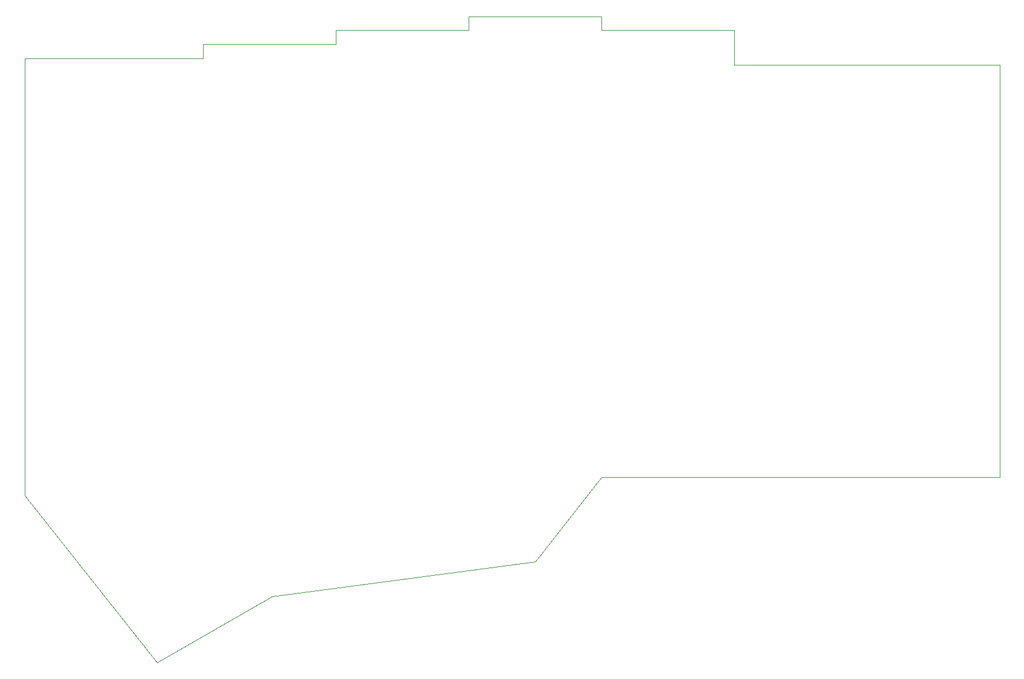
<source format=gm1>
G04 #@! TF.GenerationSoftware,KiCad,Pcbnew,8.0.3*
G04 #@! TF.CreationDate,2024-06-14T18:21:21-07:00*
G04 #@! TF.ProjectId,Keyboard,4b657962-6f61-4726-942e-6b696361645f,rev?*
G04 #@! TF.SameCoordinates,Original*
G04 #@! TF.FileFunction,Profile,NP*
%FSLAX46Y46*%
G04 Gerber Fmt 4.6, Leading zero omitted, Abs format (unit mm)*
G04 Created by KiCad (PCBNEW 8.0.3) date 2024-06-14 18:21:21*
%MOMM*%
%LPD*%
G01*
G04 APERTURE LIST*
G04 #@! TA.AperFunction,Profile*
%ADD10C,0.050000*%
G04 #@! TD*
G04 APERTURE END LIST*
D10*
X167245000Y-194210000D02*
X205345000Y-194210000D01*
X129145000Y-189210000D02*
X129145000Y-187210000D01*
X91045000Y-191210000D02*
X110095000Y-191210000D01*
X148195000Y-189210000D02*
X167245000Y-189210000D01*
X129145000Y-187210000D02*
X148195000Y-187210000D01*
X65470000Y-255960000D02*
X65480000Y-193210000D01*
X205345000Y-194210000D02*
X205345000Y-253360000D01*
X148195000Y-253360000D02*
X138700000Y-265450000D01*
X138700000Y-265450000D02*
X101000000Y-270450000D01*
X84502216Y-279975000D02*
X65470000Y-255960000D01*
X167245000Y-189210000D02*
X167245000Y-194210000D01*
X148195000Y-187210000D02*
X148195000Y-189210000D01*
X205345000Y-253360000D02*
X148195000Y-253360000D01*
X110095000Y-189210000D02*
X129145000Y-189210000D01*
X91045000Y-193210000D02*
X91045000Y-191210000D01*
X65480000Y-193210000D02*
X91045000Y-193210000D01*
X110095000Y-191210000D02*
X110095000Y-189210000D01*
X101000000Y-270450000D02*
X84502216Y-279975000D01*
M02*

</source>
